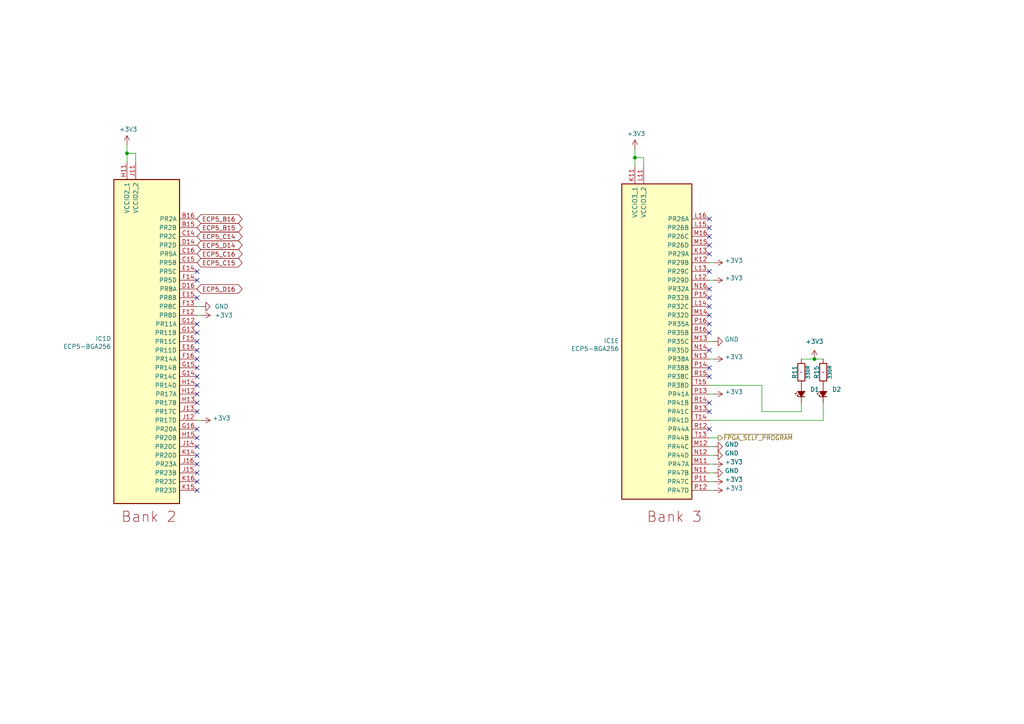
<source format=kicad_sch>
(kicad_sch (version 20231120) (generator "eeschema") (generator_version "8.0")
  (paper "A4")
  (title_block (title "SoldierCrab") (date "${DATE}") (rev "${VERSION}") (company "S.Holzapfel, apfelaudio UG (haftungsbeschränkt)") (comment 1 "Licensed under the CERN-OHL-S v2"))
  (lib_symbols
    (symbol "Device:LED_Small_Filled" (pin_numbers hide) (pin_names (offset 0.254) hide)
      (property "Reference" "D" (at -1.27 3.175 0))
      (property "Value" "LED_Small_Filled" (at -4.445 -2.54 0))
      (symbol "LED_Small_Filled_0_1"
        (polyline (pts (xy -0.762 -1.016) (xy -0.762 1.016)) (stroke (width 0.254)))
        (polyline (pts (xy 1.016 0) (xy -0.762 0)))
        (polyline (pts (xy 0.762 -1.016) (xy -0.762 0) (xy 0.762 1.016) (xy 0.762 -1.016)) (stroke (width 0.254)) (fill (type outline)))
        (polyline (pts (xy 0 0.762) (xy -0.508 1.27) (xy -0.254 1.27) (xy -0.508 1.27) (xy -0.508 1.016)))
        (polyline (pts (xy 0.508 1.27) (xy 0 1.778) (xy 0.254 1.778) (xy 0 1.778) (xy 0 1.524)))
      )
      (symbol "LED_Small_Filled_1_1"
        (pin passive line (at -2.54 0 0) (length 1.778) (name "K") (number "1"))
        (pin passive line (at 2.54 0 180) (length 1.778) (name "A") (number "2"))
      )
    )
    (symbol "OLIMEX_RCL:R" (pin_numbers hide) (pin_names (offset 0))
      (property "Reference" "R" (at 0 2.032 0))
      (property "Value" "R" (at 0 0 0))
      (symbol "R_0_1"
        (rectangle (start 2.54 -1.016) (end -2.54 1.016) (stroke (width 0.254)))
      )
      (symbol "R_1_1"
        (pin passive line (at -3.81 0 0) (length 1.27) (name "~") (number "1"))
        (pin passive line (at 3.81 0 180) (length 1.27) (name "~") (number "2"))
      )
    )
    (symbol "fpgas_and_processors:ECP5-BGA256" (pin_names (offset 0.762))
      (property "Reference" "IC" (at -2.54 1.27 0))
      (property "Value" "ECP5-BGA256" (at 10.16 1.27 0))
      (symbol "ECP5-BGA256_1_0"
        (rectangle (start 5.08 0) (end 33.02 -71.12) (stroke (width 0.3048)) (fill (type background)))
      )
      (symbol "ECP5-BGA256_1_1"
        (text "FPGA Supplies" (at 19.05 -76.2 0) (effects (font (size 2.9972 2.9972))))
        (pin power_in line (at 38.1 -2.54 180) (length 5.08) (name "GND_1") (number "A1"))
        (pin power_in line (at 38.1 -5.08 180) (length 5.08) (name "GND_2") (number "A16"))
        (pin power_in line (at 38.1 -10.16 180) (length 5.08) (name "GND_4") (number "D15"))
        (pin power_in line (at 38.1 -7.62 180) (length 5.08) (name "GND_3") (number "D2"))
        (pin power_in line (at 38.1 -12.7 180) (length 5.08) (name "GND_5") (number "F8"))
        (pin power_in line (at 38.1 -15.24 180) (length 5.08) (name "GND_6") (number "F9"))
        (pin power_in line (at 38.1 -20.32 180) (length 5.08) (name "GND_8") (number "G10"))
        (pin power_in line (at 0 -66.04 0) (length 5.08) (name "VCCAUX_1") (number "G11"))
        (pin power_in line (at 0 -2.54 0) (length 5.08) (name "VCC_1") (number "G6"))
        (pin power_in line (at 0 -5.08 0) (length 5.08) (name "VCC_2") (number "G7"))
        (pin power_in line (at 38.1 -17.78 180) (length 5.08) (name "GND_7") (number "G8"))
        (pin power_in line (at 0 -7.62 0) (length 5.08) (name "VCC_3") (number "G9"))
        (pin power_in line (at 38.1 -22.86 180) (length 5.08) (name "GND_9") (number "H1"))
        (pin power_in line (at 38.1 -30.48 180) (length 5.08) (name "GND_12") (number "H10"))
        (pin power_in line (at 38.1 -33.02 180) (length 5.08) (name "GND_13") (number "H16"))
        (pin power_in line (at 38.1 -25.4 180) (length 5.08) (name "GND_10") (number "H8"))
        (pin power_in line (at 38.1 -27.94 180) (length 5.08) (name "GND_11") (number "H9"))
        (pin power_in line (at 38.1 -40.64 180) (length 5.08) (name "GND_16") (number "J10"))
        (pin power_in line (at 38.1 -35.56 180) (length 5.08) (name "GND_14") (number "J8"))
        (pin power_in line (at 38.1 -38.1 180) (length 5.08) (name "GND_15") (number "J9"))
        (pin power_in line (at 38.1 -53.34 180) (length 5.08) (name "GND_21") (number "K10"))
        (pin power_in line (at 38.1 -43.18 180) (length 5.08) (name "GND_17") (number "K6"))
        (pin power_in line (at 38.1 -45.72 180) (length 5.08) (name "GND_18") (number "K7"))
        (pin power_in line (at 38.1 -48.26 180) (length 5.08) (name "GND_19") (number "K8"))
        (pin power_in line (at 38.1 -50.8 180) (length 5.08) (name "GND_20") (number "K9"))
        (pin power_in line (at 0 -15.24 0) (length 5.08) (name "VCC_6") (number "L10"))
        (pin power_in line (at 0 -68.58 0) (length 5.08) (name "VCCAUX_2") (number "L7"))
        (pin power_in line (at 0 -10.16 0) (length 5.08) (name "VCC_4") (number "L8"))
        (pin power_in line (at 0 -12.7 0) (length 5.08) (name "VCC_5") (number "L9"))
        (pin power_in line (at 38.1 -58.42 180) (length 5.08) (name "GND_23") (number "N15"))
        (pin power_in line (at 38.1 -55.88 180) (length 5.08) (name "GND_22") (number "N2"))
        (pin power_in line (at 38.1 -60.96 180) (length 5.08) (name "GND_24") (number "T1"))
        (pin power_in line (at 38.1 -66.04 180) (length 5.08) (name "GND_26") (number "T12"))
        (pin power_in line (at 38.1 -68.58 180) (length 5.08) (name "GND_27") (number "T16"))
        (pin power_in line (at 38.1 -63.5 180) (length 5.08) (name "GND_25") (number "T5"))
      )
      (symbol "ECP5-BGA256_2_1"
        (rectangle (start 0 0) (end 19.05 -74.93) (stroke (width 0.3048)) (fill (type background)))
        (text "Bank 0" (at 10.16 -78.74 0) (effects (font (size 2.9972 2.9972))))
        (pin bidirectional line (at 24.13 -11.43 180) (length 5.08) (name "PT4A") (number "A2"))
        (pin bidirectional line (at 24.13 -16.51 180) (length 5.08) (name "PT6A") (number "A3"))
        (pin bidirectional line (at 24.13 -19.05 180) (length 5.08) (name "PT6B") (number "A4"))
        (pin bidirectional line (at 24.13 -43.18 180) (length 5.08) (name "PT18A") (number "A5"))
        (pin bidirectional line (at 24.13 -45.72 180) (length 5.08) (name "PT18B") (number "A6"))
        (pin bidirectional line (at 24.13 -68.58 180) (length 5.08) (name "PT29A") (number "A7"))
        (pin bidirectional line (at 24.13 -71.12 180) (length 5.08) (name "PT29B") (number "A8"))
        (pin bidirectional line (at 24.13 -13.97 180) (length 5.08) (name "PT4B") (number "B3"))
        (pin bidirectional line (at 24.13 -29.21 180) (length 5.08) (name "PT11B") (number "B4"))
        (pin bidirectional line (at 24.13 -39.37 180) (length 5.08) (name "PT15B") (number "B5"))
        (pin bidirectional line (at 24.13 -55.88 180) (length 5.08) (name "PT22B") (number "B6"))
        (pin bidirectional line (at 24.13 -66.04 180) (length 5.08) (name "PT27B") (number "B7"))
        (pin bidirectional line (at 24.13 -26.67 180) (length 5.08) (name "PT11A") (number "C4"))
        (pin bidirectional line (at 24.13 -36.83 180) (length 5.08) (name "PT15A") (number "C5"))
        (pin bidirectional line (at 24.13 -53.34 180) (length 5.08) (name "PT22A") (number "C6"))
        (pin bidirectional line (at 24.13 -63.5 180) (length 5.08) (name "PT27A") (number "C7"))
        (pin bidirectional line (at 24.13 -24.13 180) (length 5.08) (name "PT9B") (number "D4"))
        (pin bidirectional line (at 24.13 -34.29 180) (length 5.08) (name "PT13B") (number "D5"))
        (pin bidirectional line (at 24.13 -50.8 180) (length 5.08) (name "PT20B") (number "D6"))
        (pin bidirectional line (at 24.13 -60.96 180) (length 5.08) (name "PT24B") (number "D7"))
        (pin bidirectional line (at 24.13 -21.59 180) (length 5.08) (name "PT9A") (number "E4"))
        (pin bidirectional line (at 24.13 -31.75 180) (length 5.08) (name "PT13A") (number "E5"))
        (pin bidirectional line (at 24.13 -48.26 180) (length 5.08) (name "PT20A") (number "E6"))
        (pin bidirectional line (at 24.13 -58.42 180) (length 5.08) (name "PT24A") (number "E7"))
        (pin power_in line (at 7.62 5.08 270) (length 5.08) (name "VCCIO0_1") (number "F6"))
        (pin power_in line (at 5.08 5.08 270) (length 5.08) (name "VCCIO0_2") (number "F7"))
      )
      (symbol "ECP5-BGA256_3_0"
        (rectangle (start 0 0) (end 21.59 -93.98) (stroke (width 0.3048)) (fill (type background)))
      )
      (symbol "ECP5-BGA256_3_1"
        (text "Bank 1" (at 8.89 -96.52 0) (effects (font (size 2.9972 2.9972))))
        (pin bidirectional line (at 26.67 -34.29 180) (length 5.08) (name "PT42B") (number "A10"))
        (pin bidirectional line (at 26.67 -57.15 180) (length 5.08) (name "PT53A") (number "A11"))
        (pin bidirectional line (at 26.67 -59.69 180) (length 5.08) (name "PT53B") (number "A12"))
        (pin bidirectional line (at 26.67 -82.55 180) (length 5.08) (name "PT65A") (number "A13"))
        (pin bidirectional line (at 26.67 -85.09 180) (length 5.08) (name "PT65B") (number "A14"))
        (pin bidirectional line (at 26.67 -90.17 180) (length 5.08) (name "PT67B") (number "A15"))
        (pin bidirectional line (at 26.67 -31.75 180) (length 5.08) (name "PT42A") (number "A9"))
        (pin bidirectional line (at 26.67 -36.83 180) (length 5.08) (name "PT44A") (number "B10"))
        (pin bidirectional line (at 26.67 -46.99 180) (length 5.08) (name "PT49A") (number "B11"))
        (pin bidirectional line (at 26.67 -62.23 180) (length 5.08) (name "PT56A") (number "B12"))
        (pin bidirectional line (at 26.67 -72.39 180) (length 5.08) (name "PT60A") (number "B13"))
        (pin bidirectional line (at 26.67 -87.63 180) (length 5.08) (name "PT67A") (number "B14"))
        (pin bidirectional line (at 26.67 -19.05 180) (length 5.08) (name "PT35B") (number "B8"))
        (pin bidirectional line (at 26.67 -21.59 180) (length 5.08) (name "PT38A") (number "B9"))
        (pin bidirectional line (at 26.67 -39.37 180) (length 5.08) (name "PT44B") (number "C10"))
        (pin bidirectional line (at 26.67 -49.53 180) (length 5.08) (name "PT49B") (number "C11"))
        (pin bidirectional line (at 26.67 -64.77 180) (length 5.08) (name "PT56B") (number "C12"))
        (pin bidirectional line (at 26.67 -74.93 180) (length 5.08) (name "PT60B") (number "C13"))
        (pin bidirectional line (at 26.67 -16.51 180) (length 5.08) (name "PT35A") (number "C8"))
        (pin bidirectional line (at 26.67 -24.13 180) (length 5.08) (name "PT38B") (number "C9"))
        (pin bidirectional line (at 26.67 -41.91 180) (length 5.08) (name "PT47A") (number "D10"))
        (pin bidirectional line (at 26.67 -52.07 180) (length 5.08) (name "PT51A") (number "D11"))
        (pin bidirectional line (at 26.67 -67.31 180) (length 5.08) (name "PT58A") (number "D12"))
        (pin bidirectional line (at 26.67 -77.47 180) (length 5.08) (name "PT62A") (number "D13"))
        (pin bidirectional line (at 26.67 -13.97 180) (length 5.08) (name "PT33B") (number "D8"))
        (pin bidirectional line (at 26.67 -26.67 180) (length 5.08) (name "PT40A") (number "D9"))
        (pin bidirectional line (at 26.67 -44.45 180) (length 5.08) (name "PT47B") (number "E10"))
        (pin bidirectional line (at 26.67 -54.61 180) (length 5.08) (name "PT51B") (number "E11"))
        (pin bidirectional line (at 26.67 -69.85 180) (length 5.08) (name "PT58B") (number "E12"))
        (pin bidirectional line (at 26.67 -80.01 180) (length 5.08) (name "PT62B") (number "E13"))
        (pin bidirectional line (at 26.67 -11.43 180) (length 5.08) (name "PT33A") (number "E8"))
        (pin bidirectional line (at 26.67 -29.21 180) (length 5.08) (name "PT40B") (number "E9"))
        (pin power_in line (at 6.35 5.08 270) (length 5.08) (name "VCCIO1_1") (number "F10"))
        (pin power_in line (at 3.81 5.08 270) (length 5.08) (name "VCCIO1_2") (number "F11"))
      )
      (symbol "ECP5-BGA256_4_1"
        (rectangle (start 0 0) (end 19.05 -93.98) (stroke (width 0.3048)) (fill (type background)))
        (text "Bank 2" (at 10.16 -97.79 0) (effects (font (size 2.9972 2.9972))))
        (pin bidirectional line (at 24.13 -13.97 180) (length 5.08) (name "PR2B") (number "B15"))
        (pin bidirectional line (at 24.13 -11.43 180) (length 5.08) (name "PR2A") (number "B16"))
        (pin bidirectional line (at 24.13 -16.51 180) (length 5.08) (name "PR2C") (number "C14"))
        (pin bidirectional line (at 24.13 -24.13 180) (length 5.08) (name "PR5B") (number "C15"))
        (pin bidirectional line (at 24.13 -21.59 180) (length 5.08) (name "PR5A") (number "C16"))
        (pin bidirectional line (at 24.13 -19.05 180) (length 5.08) (name "PR2D") (number "D14"))
        (pin bidirectional line (at 24.13 -31.75 180) (length 5.08) (name "PR8A") (number "D16"))
        (pin bidirectional line (at 24.13 -26.67 180) (length 5.08) (name "PR5C") (number "E14"))
        (pin bidirectional line (at 24.13 -34.29 180) (length 5.08) (name "PR8B") (number "E15"))
        (pin bidirectional line (at 24.13 -49.53 180) (length 5.08) (name "PR11D") (number "E16"))
        (pin bidirectional line (at 24.13 -39.37 180) (length 5.08) (name "PR8D") (number "F12"))
        (pin bidirectional line (at 24.13 -36.83 180) (length 5.08) (name "PR8C") (number "F13"))
        (pin bidirectional line (at 24.13 -29.21 180) (length 5.08) (name "PR5D") (number "F14"))
        (pin bidirectional line (at 24.13 -46.99 180) (length 5.08) (name "PR11C") (number "F15"))
        (pin bidirectional line (at 24.13 -52.07 180) (length 5.08) (name "PR14A") (number "F16"))
        (pin bidirectional line (at 24.13 -41.91 180) (length 5.08) (name "PR11A") (number "G12"))
        (pin bidirectional line (at 24.13 -44.45 180) (length 5.08) (name "PR11B") (number "G13"))
        (pin bidirectional line (at 24.13 -57.15 180) (length 5.08) (name "PR14C") (number "G14"))
        (pin bidirectional line (at 24.13 -54.61 180) (length 5.08) (name "PR14B") (number "G15"))
        (pin bidirectional line (at 24.13 -72.39 180) (length 5.08) (name "PR20A") (number "G16"))
        (pin power_in line (at 3.81 5.08 270) (length 5.08) (name "VCCIO2_1") (number "H11"))
        (pin bidirectional line (at 24.13 -62.23 180) (length 5.08) (name "PR17A") (number "H12"))
        (pin bidirectional line (at 24.13 -64.77 180) (length 5.08) (name "PR17B") (number "H13"))
        (pin bidirectional line (at 24.13 -59.69 180) (length 5.08) (name "PR14D") (number "H14"))
        (pin bidirectional line (at 24.13 -74.93 180) (length 5.08) (name "PR20B") (number "H15"))
        (pin power_in line (at 6.35 5.08 270) (length 5.08) (name "VCCIO2_2") (number "J11"))
        (pin bidirectional line (at 24.13 -69.85 180) (length 5.08) (name "PR17D") (number "J12"))
        (pin bidirectional line (at 24.13 -67.31 180) (length 5.08) (name "PR17C") (number "J13"))
        (pin bidirectional line (at 24.13 -77.47 180) (length 5.08) (name "PR20C") (number "J14"))
        (pin bidirectional line (at 24.13 -85.09 180) (length 5.08) (name "PR23B") (number "J15"))
        (pin bidirectional line (at 24.13 -82.55 180) (length 5.08) (name "PR23A") (number "J16"))
        (pin bidirectional line (at 24.13 -80.01 180) (length 5.08) (name "PR20D") (number "K14"))
        (pin bidirectional line (at 24.13 -90.17 180) (length 5.08) (name "PR23D") (number "K15"))
        (pin bidirectional line (at 24.13 -87.63 180) (length 5.08) (name "PR23C") (number "K16"))
      )
      (symbol "ECP5-BGA256_5_0"
        (rectangle (start 0 0) (end 20.32 -91.44) (stroke (width 0.3048)) (fill (type background)))
      )
      (symbol "ECP5-BGA256_5_1"
        (text "Bank 3" (at 15.24 -96.52 0) (effects (font (size 2.9972 2.9972))))
        (pin power_in line (at 3.81 5.08 270) (length 5.08) (name "VCCIO3_1") (number "K11"))
        (pin bidirectional line (at 25.4 -22.86 180) (length 5.08) (name "PR29B") (number "K12"))
        (pin bidirectional line (at 25.4 -20.32 180) (length 5.08) (name "PR29A") (number "K13"))
        (pin power_in line (at 6.35 5.08 270) (length 5.08) (name "VCCIO3_2") (number "L11"))
        (pin bidirectional line (at 25.4 -27.94 180) (length 5.08) (name "PR29D") (number "L12"))
        (pin bidirectional line (at 25.4 -25.4 180) (length 5.08) (name "PR29C") (number "L13"))
        (pin bidirectional line (at 25.4 -35.56 180) (length 5.08) (name "PR32C") (number "L14"))
        (pin bidirectional line (at 25.4 -12.7 180) (length 5.08) (name "PR26B") (number "L15"))
        (pin bidirectional line (at 25.4 -10.16 180) (length 5.08) (name "PR26A") (number "L16"))
        (pin bidirectional line (at 25.4 -81.28 180) (length 5.08) (name "PR47A") (number "M11"))
        (pin bidirectional line (at 25.4 -76.2 180) (length 5.08) (name "PR44C") (number "M12"))
        (pin bidirectional line (at 25.4 -45.72 180) (length 5.08) (name "PR35C") (number "M13"))
        (pin bidirectional line (at 25.4 -38.1 180) (length 5.08) (name "PR32D") (number "M14"))
        (pin bidirectional line (at 25.4 -17.78 180) (length 5.08) (name "PR26D") (number "M15"))
        (pin bidirectional line (at 25.4 -15.24 180) (length 5.08) (name "PR26C") (number "M16"))
        (pin bidirectional line (at 25.4 -83.82 180) (length 5.08) (name "PR47B") (number "N11"))
        (pin bidirectional line (at 25.4 -78.74 180) (length 5.08) (name "PR44D") (number "N12"))
        (pin bidirectional line (at 25.4 -50.8 180) (length 5.08) (name "PR38A") (number "N13"))
        (pin bidirectional line (at 25.4 -48.26 180) (length 5.08) (name "PR35D") (number "N14"))
        (pin bidirectional line (at 25.4 -30.48 180) (length 5.08) (name "PR32A") (number "N16"))
        (pin bidirectional line (at 25.4 -86.36 180) (length 5.08) (name "PR47C") (number "P11"))
        (pin bidirectional line (at 25.4 -88.9 180) (length 5.08) (name "PR47D") (number "P12"))
        (pin bidirectional line (at 25.4 -60.96 180) (length 5.08) (name "PR41A") (number "P13"))
        (pin bidirectional line (at 25.4 -53.34 180) (length 5.08) (name "PR38B") (number "P14"))
        (pin bidirectional line (at 25.4 -33.02 180) (length 5.08) (name "PR32B") (number "P15"))
        (pin bidirectional line (at 25.4 -40.64 180) (length 5.08) (name "PR35A") (number "P16"))
        (pin bidirectional line (at 25.4 -71.12 180) (length 5.08) (name "PR44A") (number "R12"))
        (pin bidirectional line (at 25.4 -66.04 180) (length 5.08) (name "PR41C") (number "R13"))
        (pin bidirectional line (at 25.4 -63.5 180) (length 5.08) (name "PR41B") (number "R14"))
        (pin bidirectional line (at 25.4 -55.88 180) (length 5.08) (name "PR38C") (number "R15"))
        (pin bidirectional line (at 25.4 -43.18 180) (length 5.08) (name "PR35B") (number "R16"))
        (pin bidirectional line (at 25.4 -73.66 180) (length 5.08) (name "PR44B") (number "T13"))
        (pin bidirectional line (at 25.4 -68.58 180) (length 5.08) (name "PR41D") (number "T14"))
        (pin bidirectional line (at 25.4 -58.42 180) (length 5.08) (name "PR38D") (number "T15"))
      )
      (symbol "ECP5-BGA256_6_1"
        (rectangle (start 0 0) (end 19.05 -106.68) (stroke (width 0.3048)) (fill (type background)))
        (text "Bank 6" (at 11.43 -110.49 0) (effects (font (size 2.9972 2.9972))))
        (pin power_in line (at 3.81 5.08 270) (length 5.08) (name "VCCIO6_1") (number "J6"))
        (pin power_in line (at 6.35 5.08 270) (length 5.08) (name "VCCIO6_2") (number "J7"))
        (pin bidirectional line (at 24.13 -25.4 180) (length 5.08) (name "PL29A") (number "K4"))
        (pin bidirectional line (at 24.13 -27.94 180) (length 5.08) (name "PL29B") (number "K5"))
        (pin bidirectional line (at 24.13 -13.97 180) (length 5.08) (name "PL26A") (number "L1"))
        (pin bidirectional line (at 24.13 -16.51 180) (length 5.08) (name "PL26B") (number "L2"))
        (pin bidirectional line (at 24.13 -41.91 180) (length 5.08) (name "PL32C") (number "L3"))
        (pin bidirectional line (at 24.13 -30.48 180) (length 5.08) (name "PL29C") (number "L4"))
        (pin bidirectional line (at 24.13 -33.02 180) (length 5.08) (name "PL29D") (number "L5"))
        (pin bidirectional line (at 24.13 -19.05 180) (length 5.08) (name "PL26C") (number "M1"))
        (pin bidirectional line (at 24.13 -21.59 180) (length 5.08) (name "PL26D") (number "M2"))
        (pin bidirectional line (at 24.13 -44.45 180) (length 5.08) (name "PL32D") (number "M3"))
        (pin bidirectional line (at 24.13 -53.34 180) (length 5.08) (name "PL35C") (number "M4"))
        (pin bidirectional line (at 24.13 -78.74 180) (length 5.08) (name "PL44C") (number "M5"))
        (pin bidirectional line (at 24.13 -96.52 180) (length 5.08) (name "PL47A") (number "M6"))
        (pin bidirectional line (at 24.13 -36.83 180) (length 5.08) (name "PL32A") (number "N1"))
        (pin bidirectional line (at 24.13 -55.88 180) (length 5.08) (name "PL35D") (number "N3"))
        (pin bidirectional line (at 24.13 -60.96 180) (length 5.08) (name "PL38A") (number "N4"))
        (pin bidirectional line (at 24.13 -81.28 180) (length 5.08) (name "PL44D") (number "N5"))
        (pin bidirectional line (at 24.13 -99.06 180) (length 5.08) (name "PL47B") (number "N6"))
        (pin bidirectional line (at 24.13 -48.26 180) (length 5.08) (name "PL35A") (number "P1"))
        (pin bidirectional line (at 24.13 -39.37 180) (length 5.08) (name "PL32B") (number "P2"))
        (pin bidirectional line (at 24.13 -63.5 180) (length 5.08) (name "PL38B") (number "P3"))
        (pin bidirectional line (at 24.13 -85.09 180) (length 5.08) (name "PL41A") (number "P4"))
        (pin bidirectional line (at 24.13 -101.6 180) (length 5.08) (name "PL47D") (number "P5"))
        (pin bidirectional line (at 24.13 -104.14 180) (length 5.08) (name "PL47C") (number "P6"))
        (pin bidirectional line (at 24.13 -50.8 180) (length 5.08) (name "PL35B") (number "R1"))
        (pin bidirectional line (at 24.13 -66.04 180) (length 5.08) (name "PL38C") (number "R2"))
        (pin bidirectional line (at 24.13 -87.63 180) (length 5.08) (name "PL41B") (number "R3"))
        (pin bidirectional line (at 24.13 -90.17 180) (length 5.08) (name "PL41C") (number "R4"))
        (pin bidirectional line (at 24.13 -73.66 180) (length 5.08) (name "PL44A") (number "R5"))
        (pin bidirectional line (at 24.13 -68.58 180) (length 5.08) (name "PL38D") (number "T2"))
        (pin bidirectional line (at 24.13 -92.71 180) (length 5.08) (name "PL41D") (number "T3"))
        (pin bidirectional line (at 24.13 -76.2 180) (length 5.08) (name "PL44B") (number "T4"))
      )
      (symbol "ECP5-BGA256_7_1"
        (rectangle (start 0 0) (end 20.32 -109.22) (stroke (width 0.3048)) (fill (type background)))
        (text "Bank 7" (at 12.7 -113.03 0) (effects (font (size 2.9972 2.9972))))
        (pin bidirectional line (at 25.4 -10.16 180) (length 5.08) (name "PL2A") (number "B1"))
        (pin bidirectional line (at 25.4 -12.7 180) (length 5.08) (name "PL2B") (number "B2"))
        (pin bidirectional line (at 25.4 -22.86 180) (length 5.08) (name "PL5A") (number "C1"))
        (pin bidirectional line (at 25.4 -25.4 180) (length 5.08) (name "PL5B") (number "C2"))
        (pin bidirectional line (at 25.4 -15.24 180) (length 5.08) (name "PL2C") (number "C3"))
        (pin bidirectional line (at 25.4 -35.56 180) (length 5.08) (name "PL8A") (number "D1"))
        (pin bidirectional line (at 25.4 -17.78 180) (length 5.08) (name "PL2D") (number "D3"))
        (pin bidirectional line (at 25.4 -54.61 180) (length 5.08) (name "PL11D") (number "E1"))
        (pin bidirectional line (at 25.4 -38.1 180) (length 5.08) (name "PL8B") (number "E2"))
        (pin bidirectional line (at 25.4 -27.94 180) (length 5.08) (name "PL5C") (number "E3"))
        (pin bidirectional line (at 25.4 -59.69 180) (length 5.08) (name "PL14A") (number "F1"))
        (pin bidirectional line (at 25.4 -52.07 180) (length 5.08) (name "PL11C") (number "F2"))
        (pin bidirectional line (at 25.4 -30.48 180) (length 5.08) (name "PL5D") (number "F3"))
        (pin bidirectional line (at 25.4 -40.64 180) (length 5.08) (name "PL8C") (number "F4"))
        (pin bidirectional line (at 25.4 -43.18 180) (length 5.08) (name "PL8D") (number "F5"))
        (pin bidirectional line (at 25.4 -82.55 180) (length 5.08) (name "PL20A") (number "G1"))
        (pin bidirectional line (at 25.4 -62.23 180) (length 5.08) (name "PL14B") (number "G2"))
        (pin bidirectional line (at 25.4 -64.77 180) (length 5.08) (name "PL14C") (number "G3"))
        (pin bidirectional line (at 25.4 -49.53 180) (length 5.08) (name "PL11B") (number "G4"))
        (pin bidirectional line (at 25.4 -46.99 180) (length 5.08) (name "PL11A") (number "G5"))
        (pin bidirectional line (at 25.4 -85.09 180) (length 5.08) (name "PL20B") (number "H2"))
        (pin bidirectional line (at 25.4 -67.31 180) (length 5.08) (name "PL14D") (number "H3"))
        (pin bidirectional line (at 25.4 -73.66 180) (length 5.08) (name "PL17B") (number "H4"))
        (pin bidirectional line (at 25.4 -71.12 180) (length 5.08) (name "PL17A") (number "H5"))
        (pin power_in line (at 7.62 5.08 270) (length 5.08) (name "VCCIO7_1") (number "H6"))
        (pin power_in line (at 5.08 5.08 270) (length 5.08) (name "VCCIO7_2") (number "H7"))
        (pin bidirectional line (at 25.4 -95.25 180) (length 5.08) (name "PL23A") (number "J1"))
        (pin bidirectional line (at 25.4 -97.79 180) (length 5.08) (name "PL23B") (number "J2"))
        (pin bidirectional line (at 25.4 -87.63 180) (length 5.08) (name "PL20C") (number "J3"))
        (pin bidirectional line (at 25.4 -76.2 180) (length 5.08) (name "PL17C") (number "J4"))
        (pin bidirectional line (at 25.4 -78.74 180) (length 5.08) (name "PL17D") (number "J5"))
        (pin bidirectional line (at 25.4 -100.33 180) (length 5.08) (name "PL23C") (number "K1"))
        (pin bidirectional line (at 25.4 -102.87 180) (length 5.08) (name "PL23D") (number "K2"))
        (pin bidirectional line (at 25.4 -90.17 180) (length 5.08) (name "PL20D") (number "K3"))
      )
      (symbol "ECP5-BGA256_8_0"
        (text "(Config)" (at 13.97 -97.79 0) (effects (font (size 2.9972 2.9972))))
        (text "Bank 8" (at 13.97 -92.71 0) (effects (font (size 2.9972 2.9972))))
      )
      (symbol "ECP5-BGA256_8_1"
        (rectangle (start 0 0) (end 21.59 -88.9) (stroke (width 0.3048)) (fill (type background)))
        (pin power_in line (at 5.08 5.08 270) (length 5.08) (name "VCCIO8") (number "L6"))
        (pin output line (at 26.67 -57.15 180) (length 5.08) (name "TDO") (number "M10"))
        (pin bidirectional line (at 26.67 -24.13 180) (length 5.08) (name "D2/PB9B") (number "M7"))
        (pin bidirectional line (at 26.67 -39.37 180) (length 5.08) (name "DOUT/CSON/PB15B") (number "M8"))
        (pin bidirectional line (at 26.67 -41.91 180) (length 5.08) (name "WRITEEN/PB18A") (number "M9"))
        (pin input line (at 26.67 -68.58 180) (length 5.08) (name "CFG_0") (number "N10"))
        (pin bidirectional line (at 26.67 -21.59 180) (length 5.08) (name "D3/PB9A") (number "N7"))
        (pin bidirectional line (at 26.67 -36.83 180) (length 5.08) (name "HOLDN/DI/PB15A") (number "N8"))
        (pin bidirectional line (at 26.67 -63.5 180) (length 5.08) (name "MCLK/SCLK/CCLK") (number "N9"))
        (pin input line (at 26.67 -71.12 180) (length 5.08) (name "CFG_1") (number "P10"))
        (pin bidirectional line (at 26.67 -19.05 180) (length 5.08) (name "D4/PICO2/PB6B") (number "P7"))
        (pin bidirectional line (at 26.67 -34.29 180) (length 5.08) (name "CS1N/PB13B") (number "P8"))
        (pin bidirectional line (at 26.67 -80.01 180) (length 5.08) (name "DONE") (number "P9"))
        (pin input line (at 26.67 -73.66 180) (length 5.08) (name "CFG_2") (number "R10"))
        (pin input line (at 26.67 -54.61 180) (length 5.08) (name "TDI") (number "R11"))
        (pin bidirectional line (at 26.67 -13.97 180) (length 5.08) (name "D6/PB4B") (number "R6"))
        (pin bidirectional line (at 26.67 -16.51 180) (length 5.08) (name "D5/POCI2/PB6A") (number "R7"))
        (pin bidirectional line (at 26.67 -31.75 180) (length 5.08) (name "SN/CSN/PB13A") (number "R8"))
        (pin bidirectional line (at 26.67 -85.09 180) (length 5.08) (name "PROGRAMN") (number "R9"))
        (pin input line (at 26.67 -52.07 180) (length 5.08) (name "TCK") (number "T10"))
        (pin input line (at 26.67 -49.53 180) (length 5.08) (name "TMS") (number "T11"))
        (pin bidirectional line (at 26.67 -11.43 180) (length 5.08) (name "D7/PB4A") (number "T6"))
        (pin bidirectional line (at 26.67 -26.67 180) (length 5.08) (name "D1/POCI/PB11A") (number "T7"))
        (pin bidirectional line (at 26.67 -29.21 180) (length 5.08) (name "D0/PICO/PB11B") (number "T8"))
        (pin bidirectional line (at 26.67 -82.55 180) (length 5.08) (name "INITN") (number "T9"))
      )
    )
    (symbol "power:+3V3" (power) (pin_names (offset 0))
      (property "Value" "+3V3" (at 0 3.556 0))
      (symbol "+3V3_0_1"
        (polyline (pts (xy -0.762 1.27) (xy 0 2.54)))
        (polyline (pts (xy 0 0) (xy 0 2.54)))
        (polyline (pts (xy 0 2.54) (xy 0.762 1.27)))
      )
      (symbol "+3V3_1_1"
        (pin power_in line (at 0 0 90) (length 0) hide (name "+3V3") (number "1"))
      )
    )
    (symbol "power:GND" (power) (pin_names (offset 0))
      (property "Value" "GND" (at 0 -3.81 0))
      (symbol "GND_0_1"
        (polyline (pts (xy 0 0) (xy 0 -1.27) (xy 1.27 -1.27) (xy 0 -2.54) (xy -1.27 -1.27) (xy 0 -1.27)))
      )
      (symbol "GND_1_1"
        (pin power_in line (at 0 0 270) (length 0) hide (name "GND") (number "1"))
      )
    )
  )
  (junction (at 184.15 45.72))
  (junction (at 36.83 44.45))
  (junction (at 236.22 104.14))
  (no_connect (at 57.15 127))
  (no_connect (at 57.15 99.06))
  (no_connect (at 57.15 96.52))
  (no_connect (at 57.15 101.6))
  (no_connect (at 205.74 93.98))
  (no_connect (at 205.74 78.74))
  (no_connect (at 57.15 119.38))
  (no_connect (at 57.15 111.76))
  (no_connect (at 205.74 119.38))
  (no_connect (at 57.15 139.7))
  (no_connect (at 57.15 134.62))
  (no_connect (at 57.15 137.16))
  (no_connect (at 205.74 68.58))
  (no_connect (at 205.74 63.5))
  (no_connect (at 57.15 104.14))
  (no_connect (at 57.15 132.08))
  (no_connect (at 205.74 109.22))
  (no_connect (at 205.74 101.6))
  (no_connect (at 57.15 114.3))
  (no_connect (at 57.15 106.68))
  (no_connect (at 205.74 124.46))
  (no_connect (at 57.15 81.28))
  (no_connect (at 205.74 96.52))
  (no_connect (at 57.15 86.36))
  (no_connect (at 57.15 129.54))
  (no_connect (at 205.74 66.04))
  (no_connect (at 205.74 73.66))
  (no_connect (at 205.74 86.36))
  (no_connect (at 205.74 83.82))
  (no_connect (at 205.74 91.44))
  (no_connect (at 57.15 109.22))
  (no_connect (at 57.15 78.74))
  (no_connect (at 205.74 71.12))
  (no_connect (at 57.15 93.98))
  (no_connect (at 57.15 116.84))
  (no_connect (at 205.74 116.84))
  (no_connect (at 205.74 88.9))
  (no_connect (at 57.15 124.46))
  (no_connect (at 205.74 106.68))
  (no_connect (at 57.15 142.24))
  (wire (pts (xy 184.15 43.18) (xy 184.15 45.72)))
  (wire (pts (xy 205.74 121.92) (xy 238.76 121.92)))
  (wire (pts (xy 184.15 45.72) (xy 186.69 45.72)))
  (wire (pts (xy 238.76 121.92) (xy 238.76 116.84)))
  (wire (pts (xy 236.22 104.14) (xy 238.76 104.14)))
  (wire (pts (xy 208.28 127) (xy 205.74 127)))
  (wire (pts (xy 186.69 45.72) (xy 186.69 48.26)))
  (wire (pts (xy 205.74 104.14) (xy 207.01 104.14)))
  (wire (pts (xy 205.74 114.3) (xy 207.01 114.3)))
  (wire (pts (xy 36.83 46.99) (xy 36.83 44.45)))
  (wire (pts (xy 220.98 119.38) (xy 232.41 119.38)))
  (wire (pts (xy 205.74 142.24) (xy 207.01 142.24)))
  (wire (pts (xy 36.83 44.45) (xy 36.83 41.91)))
  (wire (pts (xy 184.15 48.26) (xy 184.15 45.72)))
  (wire (pts (xy 205.74 137.16) (xy 207.01 137.16)))
  (wire (pts (xy 39.37 44.45) (xy 39.37 46.99)))
  (wire (pts (xy 205.74 81.28) (xy 207.01 81.28)))
  (wire (pts (xy 205.74 132.08) (xy 207.01 132.08)))
  (wire (pts (xy 57.15 88.9) (xy 58.42 88.9)))
  (wire (pts (xy 205.74 129.54) (xy 207.01 129.54)))
  (wire (pts (xy 57.15 91.44) (xy 58.42 91.44)))
  (wire (pts (xy 205.74 139.7) (xy 207.01 139.7)))
  (wire (pts (xy 220.98 119.38) (xy 220.98 111.76)))
  (wire (pts (xy 57.15 121.92) (xy 58.42 121.92)))
  (wire (pts (xy 232.41 119.38) (xy 232.41 116.84)))
  (wire (pts (xy 236.22 104.14) (xy 232.41 104.14)))
  (wire (pts (xy 205.74 76.2) (xy 207.01 76.2)))
  (wire (pts (xy 205.74 99.06) (xy 207.01 99.06)))
  (wire (pts (xy 205.74 134.62) (xy 207.01 134.62)))
  (wire (pts (xy 220.98 111.76) (xy 205.74 111.76)))
  (wire (pts (xy 36.83 44.45) (xy 39.37 44.45)))
  (global_label "ECP5_C15" (shape bidirectional) (at 57.15 76.2 0) (property "Intersheetrefs" "${INTERSHEET_REFS}" (effects (hide yes))))
  (global_label "ECP5_B15" (shape bidirectional) (at 57.15 66.04 0) (property "Intersheetrefs" "${INTERSHEET_REFS}" (effects (hide yes))))
  (global_label "ECP5_D16" (shape bidirectional) (at 57.15 83.82 0) (property "Intersheetrefs" "${INTERSHEET_REFS}" (effects (hide yes))))
  (global_label "ECP5_B16" (shape bidirectional) (at 57.15 63.5 0) (property "Intersheetrefs" "${INTERSHEET_REFS}" (effects (hide yes))))
  (global_label "ECP5_C16" (shape bidirectional) (at 57.15 73.66 0) (property "Intersheetrefs" "${INTERSHEET_REFS}" (effects (hide yes))))
  (global_label "ECP5_D14" (shape bidirectional) (at 57.15 71.12 0) (property "Intersheetrefs" "${INTERSHEET_REFS}" (effects (hide yes))))
  (global_label "ECP5_C14" (shape bidirectional) (at 57.15 68.58 0) (property "Intersheetrefs" "${INTERSHEET_REFS}" (effects (hide yes))))
  (hierarchical_label "~{FPGA_SELF_PROGRAM}" (shape output) (at 208.28 127 0))
  (symbol (lib_id "power:+3V3") (at 36.83 41.91 0) (unit 1)
    (property "Reference" "#PWR087" (effects (hide yes)))
    (property "Value" "+3V3" (at 37.1856 37.5158 0))
  )
  (symbol (lib_id "power:+3V3") (at 207.01 114.3 270) (unit 1)
    (property "Reference" "#PWR0186" (effects (hide yes)))
    (property "Value" "+3V3" (at 210.185 113.665 90) (effects (justify left)))
  )
  (symbol (lib_id "power:+3V3") (at 207.01 134.62 270) (unit 1)
    (property "Reference" "#PWR0189" (effects (hide yes)))
    (property "Value" "+3V3" (at 210.185 133.985 90) (effects (justify left)))
  )
  (symbol (lib_id "Device:LED_Small_Filled") (at 232.41 114.3 90) (unit 1)
    (property "Reference" "D1" (at 234.95 112.9664 90) (effects (justify right)))
    (property "Value" "LED 0402 RED" (effects (hide yes)))
    (property "Footprint" "LED_SMD:LED_0402_1005Metric" (effects (hide yes)))
    (property "Description" "Light emitting diode, small symbol, filled shape" (effects (hide yes)))
    (property "lcsc#" "C965790" (effects (hide yes)))
  )
  (symbol (lib_id "power:+3V3") (at 207.01 142.24 270) (unit 1)
    (property "Reference" "#PWR0192" (effects (hide yes)))
    (property "Value" "+3V3" (at 210.185 141.605 90) (effects (justify left)))
  )
  (symbol (lib_id "power:GND") (at 207.01 99.06 90) (unit 1)
    (property "Reference" "#PWR0184" (effects (hide yes)))
    (property "Value" "GND" (at 210.185 98.425 90) (effects (justify right)))
  )
  (symbol (lib_id "power:+3V3") (at 58.42 91.44 270) (unit 1)
    (property "Reference" "#PWR0179" (effects (hide yes)))
    (property "Value" "+3V3" (at 62.23 91.44 90) (effects (justify left)))
  )
  (symbol (lib_id "OLIMEX_RCL:R") (at 238.76 107.95 90) (unit 1) (exclude_from_sim yes)
    (property "Reference" "R15" (at 236.855 107.95 0))
    (property "Value" "330R" (at 240.665 107.95 0) (effects (font (size 1.016 1.016))))
    (property "Footprint" "Resistor_SMD:R_0402_1005Metric" (effects (hide yes)))
    (property "Datasheet" "~" (at 238.76 107.95 90) (effects (font (size 0.762 0.762))))
    (property "lcsc#" "C25104" (effects (hide yes)))
  )
  (symbol (lib_id "power:+3V3") (at 207.01 76.2 270) (unit 1)
    (property "Reference" "#PWR0182" (effects (hide yes)))
    (property "Value" "+3V3" (at 210.185 75.565 90) (effects (justify left)))
  )
  (symbol (lib_id "power:+3V3") (at 207.01 81.28 270) (unit 1)
    (property "Reference" "#PWR0183" (effects (hide yes)))
    (property "Value" "+3V3" (at 210.185 80.645 90) (effects (justify left)))
  )
  (symbol (lib_id "power:GND") (at 207.01 132.08 90) (unit 1)
    (property "Reference" "#PWR0188" (effects (hide yes)))
    (property "Value" "GND" (at 210.185 131.445 90) (effects (justify right)))
  )
  (symbol (lib_id "OLIMEX_RCL:R") (at 232.41 107.95 90) (unit 1) (exclude_from_sim yes)
    (property "Reference" "R11" (at 230.505 107.95 0))
    (property "Value" "330R" (at 234.315 107.95 0) (effects (font (size 1.016 1.016))))
    (property "Footprint" "Resistor_SMD:R_0402_1005Metric" (effects (hide yes)))
    (property "Datasheet" "~" (at 232.41 107.95 90) (effects (font (size 0.762 0.762))))
    (property "lcsc#" "C25104" (effects (hide yes)))
  )
  (symbol (lib_id "power:+3V3") (at 207.01 104.14 270) (unit 1)
    (property "Reference" "#PWR0185" (effects (hide yes)))
    (property "Value" "+3V3" (at 210.185 103.505 90) (effects (justify left)))
  )
  (symbol (lib_id "fpgas_and_processors:ECP5-BGA256") (at 33.02 52.07 0) (unit 4)
    (property "Reference" "IC1" (at 32.258 98.2218 0) (effects (justify right)))
    (property "Value" "ECP5-BGA256" (at 32.258 100.5078 0) (effects (justify right)))
    (property "Footprint" "soldiercrab:lattice_cabga256" (effects (hide yes)))
    (property "Description" "FPGA - Field Programmable Gate Array ECP5; 12k LUTs; 1.1V" (effects (hide yes)))
    (property "Manufacturer" "Lattice" (effects (hide yes)))
    (property "Part Number" "LFE5U-12F-6BG256C" (effects (hide yes)))
    (property "Substitution" "LFE5U-12F-*BG256*, LFE5U-25F-*BG256*" (effects (hide yes)))
    (property "lcsc#" "C1550826" (effects (hide yes)))
  )
  (symbol (lib_id "power:+3V3") (at 58.42 121.92 270) (unit 1)
    (property "Reference" "#PWR0177" (effects (hide yes)))
    (property "Value" "+3V3" (at 61.595 121.285 90) (effects (justify left)))
  )
  (symbol (lib_id "power:GND") (at 207.01 129.54 90) (unit 1)
    (property "Reference" "#PWR0187" (effects (hide yes)))
    (property "Value" "GND" (at 210.185 128.905 90) (effects (justify right)))
  )
  (symbol (lib_id "power:+3V3") (at 236.22 104.14 0) (unit 1)
    (property "Reference" "#PWR029" (effects (hide yes)))
    (property "Value" "+3V3" (at 236.22 99.06 0))
  )
  (symbol (lib_id "power:+3V3") (at 184.15 43.18 0) (unit 1)
    (property "Reference" "#PWR057" (effects (hide yes)))
    (property "Value" "+3V3" (at 184.5056 38.7858 0))
  )
  (symbol (lib_id "power:GND") (at 58.42 88.9 90) (unit 1)
    (property "Reference" "#PWR0178" (effects (hide yes)))
    (property "Value" "GND" (at 62.23 88.9 90) (effects (justify right)))
  )
  (symbol (lib_id "Device:LED_Small_Filled") (at 238.76 114.3 90) (unit 1)
    (property "Reference" "D2" (at 241.3 112.9664 90) (effects (justify right)))
    (property "Value" "LED 0402 RED" (effects (hide yes)))
    (property "Footprint" "LED_SMD:LED_0402_1005Metric" (effects (hide yes)))
    (property "Description" "Light emitting diode, small symbol, filled shape" (effects (hide yes)))
    (property "lcsc#" "C965790" (effects (hide yes)))
  )
  (symbol (lib_id "power:GND") (at 207.01 137.16 90) (unit 1)
    (property "Reference" "#PWR0190" (effects (hide yes)))
    (property "Value" "GND" (at 210.185 136.525 90) (effects (justify right)))
  )
  (symbol (lib_id "fpgas_and_processors:ECP5-BGA256") (at 180.34 53.34 0) (unit 5)
    (property "Reference" "IC1" (at 179.578 98.8568 0) (effects (justify right)))
    (property "Value" "ECP5-BGA256" (at 179.578 101.1428 0) (effects (justify right)))
    (property "Footprint" "soldiercrab:lattice_cabga256" (effects (hide yes)))
    (property "Description" "FPGA - Field Programmable Gate Array ECP5; 12k LUTs; 1.1V" (effects (hide yes)))
    (property "Manufacturer" "Lattice" (effects (hide yes)))
    (property "Part Number" "LFE5U-12F-6BG256C" (effects (hide yes)))
    (property "Substitution" "LFE5U-12F-*BG256*, LFE5U-25F-*BG256*" (effects (hide yes)))
    (property "lcsc#" "C1550826" (effects (hide yes)))
  )
  (symbol (lib_id "power:+3V3") (at 207.01 139.7 270) (unit 1)
    (property "Reference" "#PWR0191" (effects (hide yes)))
    (property "Value" "+3V3" (at 210.185 139.065 90) (effects (justify left)))
  )
)
</source>
